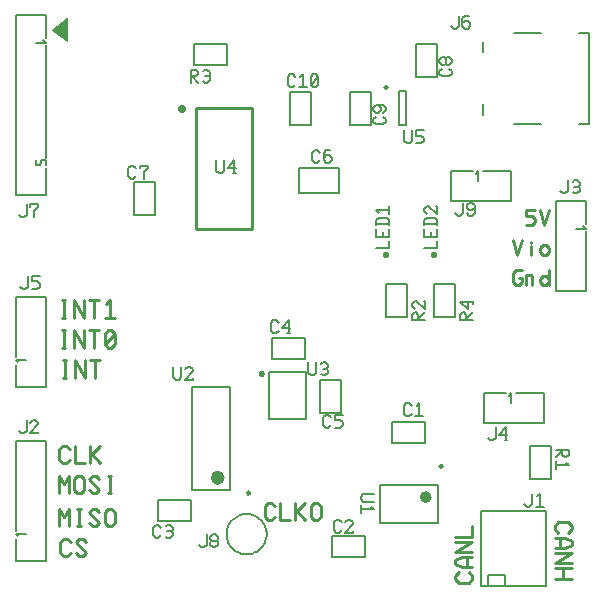
<source format=gto>
G04 Generated by Ultiboard 14.1 *
%FSLAX24Y24*%
%MOIN*%

%ADD10C,0.0001*%
%ADD11C,0.0080*%
%ADD12C,0.0100*%
%ADD13C,0.0001*%
%ADD14C,0.0070*%
%ADD15C,0.0079*%
%ADD16C,0.0197*%
%ADD17C,0.0098*%
%ADD18C,0.0060*%
%ADD19C,0.0236*%
%ADD20C,0.02864*%
%ADD21C,0.02236*%
%ADD22C,0.02081*%


G04 ColorRGB FFFF00 for the following layer *
%LNSilkscreen Top*%
%LPD*%
G54D10*
G54D11*
X6993Y14462D02*
X6993Y14119D01*
X7078Y14033D01*
X7164Y14033D01*
X7249Y14119D01*
X7249Y14462D01*
X7633Y14204D02*
X7377Y14204D01*
X7590Y14462D01*
X7590Y14033D01*
X7548Y14033D02*
X7633Y14033D01*
X9065Y8789D02*
X8979Y8704D01*
X8894Y8704D01*
X8809Y8789D01*
X8809Y9046D01*
X8894Y9132D01*
X8979Y9132D01*
X9065Y9046D01*
X9449Y8875D02*
X9193Y8875D01*
X9406Y9132D01*
X9406Y8704D01*
X9363Y8704D02*
X9449Y8704D01*
X12235Y3341D02*
X11892Y3341D01*
X11807Y3256D01*
X11807Y3171D01*
X11892Y3085D01*
X12235Y3085D01*
X12149Y2915D02*
X12235Y2829D01*
X11807Y2829D01*
X11807Y2957D02*
X11807Y2701D01*
X17259Y3006D02*
X17344Y2920D01*
X17429Y2920D01*
X17515Y3006D01*
X17515Y3349D01*
X17685Y3263D02*
X17771Y3349D01*
X17771Y2920D01*
X17643Y2920D02*
X17899Y2920D01*
X6135Y17053D02*
X6135Y17482D01*
X6306Y17482D01*
X6391Y17396D01*
X6391Y17353D01*
X6306Y17267D01*
X6135Y17267D01*
X6178Y17267D02*
X6391Y17053D01*
X6562Y17439D02*
X6604Y17482D01*
X6690Y17482D01*
X6775Y17396D01*
X6775Y17310D01*
X6732Y17267D01*
X6775Y17224D01*
X6775Y17139D01*
X6690Y17053D01*
X6604Y17053D01*
X6562Y17096D01*
X6604Y17267D02*
X6732Y17267D01*
X7350Y17650D02*
X6250Y17650D01*
X6250Y18350D02*
X7350Y18350D01*
X6250Y17650D02*
X6250Y18350D01*
X7350Y18350D02*
X7350Y17650D01*
X14761Y17515D02*
X14846Y17429D01*
X14846Y17344D01*
X14761Y17259D01*
X14504Y17259D01*
X14418Y17344D01*
X14418Y17429D01*
X14504Y17515D01*
X14846Y17813D02*
X14846Y17728D01*
X14761Y17643D01*
X14675Y17643D01*
X14632Y17685D01*
X14589Y17643D01*
X14504Y17643D01*
X14418Y17728D01*
X14418Y17813D01*
X14504Y17899D01*
X14589Y17899D01*
X14632Y17856D01*
X14675Y17899D01*
X14761Y17899D01*
X14846Y17813D01*
X14632Y17685D02*
X14632Y17856D01*
X12561Y15915D02*
X12646Y15829D01*
X12646Y15744D01*
X12561Y15659D01*
X12304Y15659D01*
X12218Y15744D01*
X12218Y15829D01*
X12304Y15915D01*
X12561Y16043D02*
X12646Y16128D01*
X12646Y16213D01*
X12561Y16299D01*
X12389Y16299D01*
X12304Y16299D01*
X12218Y16213D01*
X12218Y16128D01*
X12304Y16043D01*
X12389Y16043D01*
X12475Y16128D01*
X12475Y16213D01*
X12389Y16299D01*
X13261Y15457D02*
X13261Y15114D01*
X13347Y15029D01*
X13432Y15029D01*
X13517Y15114D01*
X13517Y15457D01*
X13901Y15457D02*
X13645Y15457D01*
X13645Y15286D01*
X13816Y15286D01*
X13901Y15200D01*
X13901Y15114D01*
X13816Y15029D01*
X13645Y15029D01*
X13941Y9135D02*
X13512Y9135D01*
X13512Y9306D01*
X13598Y9391D01*
X13641Y9391D01*
X13726Y9306D01*
X13726Y9135D01*
X13726Y9178D02*
X13941Y9391D01*
X13598Y9519D02*
X13512Y9604D01*
X13512Y9690D01*
X13598Y9775D01*
X13641Y9775D01*
X13941Y9519D01*
X13941Y9775D01*
X13898Y9775D01*
X13344Y10350D02*
X13344Y9250D01*
X12644Y9250D02*
X12644Y10350D01*
X13344Y9250D02*
X12644Y9250D01*
X12644Y10350D02*
X13344Y10350D01*
X15541Y9135D02*
X15112Y9135D01*
X15112Y9306D01*
X15198Y9391D01*
X15241Y9391D01*
X15326Y9306D01*
X15326Y9135D01*
X15326Y9178D02*
X15541Y9391D01*
X15369Y9775D02*
X15369Y9519D01*
X15112Y9732D01*
X15541Y9732D01*
X15541Y9690D02*
X15541Y9775D01*
X14944Y10350D02*
X14944Y9250D01*
X14244Y9250D02*
X14244Y10350D01*
X14944Y9250D02*
X14244Y9250D01*
X14244Y10350D02*
X14944Y10350D01*
X12325Y11527D02*
X12753Y11527D01*
X12753Y11783D01*
X12753Y12167D02*
X12753Y11911D01*
X12539Y11911D01*
X12325Y11911D01*
X12325Y12167D01*
X12539Y11911D02*
X12539Y12082D01*
X12753Y12295D02*
X12753Y12466D01*
X12668Y12551D01*
X12411Y12551D01*
X12325Y12466D01*
X12325Y12295D01*
X12325Y12338D02*
X12753Y12338D01*
X12411Y12722D02*
X12325Y12807D01*
X12753Y12807D01*
X12753Y12679D02*
X12753Y12935D01*
X13925Y11527D02*
X14353Y11527D01*
X14353Y11783D01*
X14353Y12167D02*
X14353Y11911D01*
X14139Y11911D01*
X13925Y11911D01*
X13925Y12167D01*
X14139Y11911D02*
X14139Y12082D01*
X14353Y12295D02*
X14353Y12466D01*
X14268Y12551D01*
X14011Y12551D01*
X13925Y12466D01*
X13925Y12295D01*
X13925Y12338D02*
X14353Y12338D01*
X14011Y12679D02*
X13925Y12765D01*
X13925Y12850D01*
X14011Y12935D01*
X14053Y12935D01*
X14353Y12679D01*
X14353Y12935D01*
X14311Y12935D01*
X13499Y6014D02*
X13413Y5929D01*
X13328Y5929D01*
X13243Y6014D01*
X13243Y6271D01*
X13328Y6357D01*
X13413Y6357D01*
X13499Y6271D01*
X13669Y6271D02*
X13755Y6357D01*
X13755Y5929D01*
X13627Y5929D02*
X13883Y5929D01*
X5149Y1964D02*
X5063Y1879D01*
X4978Y1879D01*
X4893Y1964D01*
X4893Y2221D01*
X4978Y2307D01*
X5063Y2307D01*
X5149Y2221D01*
X5319Y2264D02*
X5362Y2307D01*
X5447Y2307D01*
X5533Y2221D01*
X5533Y2136D01*
X5490Y2093D01*
X5533Y2050D01*
X5533Y1964D01*
X5447Y1879D01*
X5362Y1879D01*
X5319Y1921D01*
X5362Y2093D02*
X5490Y2093D01*
X16043Y5214D02*
X16128Y5129D01*
X16213Y5129D01*
X16299Y5214D01*
X16299Y5557D01*
X16683Y5300D02*
X16427Y5300D01*
X16640Y5557D01*
X16640Y5129D01*
X16597Y5129D02*
X16683Y5129D01*
X17900Y5700D02*
X15900Y5700D01*
X16650Y6700D02*
X15900Y6700D01*
X15900Y5700D01*
X17900Y6700D02*
X16983Y6700D01*
X16817Y6700D02*
X16817Y6367D01*
X16733Y6617D02*
X16817Y6700D01*
X17900Y6700D02*
X17900Y5700D01*
X18303Y4815D02*
X18732Y4815D01*
X18732Y4644D01*
X18646Y4559D01*
X18603Y4559D01*
X18517Y4644D01*
X18517Y4815D01*
X18517Y4772D02*
X18303Y4559D01*
X18646Y4388D02*
X18732Y4303D01*
X18303Y4303D01*
X18303Y4431D02*
X18303Y4175D01*
X17450Y3850D02*
X17450Y4950D01*
X18150Y4950D02*
X18150Y3850D01*
X17450Y4950D02*
X18150Y4950D01*
X18150Y3850D02*
X17450Y3850D01*
X409Y5456D02*
X494Y5370D01*
X579Y5370D01*
X665Y5456D01*
X665Y5799D01*
X793Y5713D02*
X878Y5799D01*
X963Y5799D01*
X1049Y5713D01*
X1049Y5670D01*
X793Y5370D01*
X1049Y5370D01*
X1049Y5413D01*
X1300Y5100D02*
X1300Y1100D01*
X300Y5100D02*
X300Y2100D01*
X300Y1100D02*
X1300Y1100D01*
X300Y1850D02*
X300Y1100D01*
X300Y2017D02*
X633Y2017D01*
X383Y1933D02*
X300Y2017D01*
X300Y5100D02*
X1300Y5100D01*
X459Y10256D02*
X544Y10170D01*
X629Y10170D01*
X715Y10256D01*
X715Y10599D01*
X1099Y10599D02*
X843Y10599D01*
X843Y10427D01*
X1013Y10427D01*
X1099Y10342D01*
X1099Y10256D01*
X1013Y10170D01*
X843Y10170D01*
X300Y6900D02*
X1300Y6900D01*
X300Y9900D02*
X1300Y9900D01*
X300Y9900D02*
X300Y7900D01*
X300Y7650D02*
X300Y6900D01*
X300Y7817D02*
X633Y7817D01*
X383Y7733D02*
X300Y7817D01*
X1300Y9900D02*
X1300Y6900D01*
X5561Y7582D02*
X5561Y7239D01*
X5647Y7153D01*
X5732Y7153D01*
X5817Y7239D01*
X5817Y7582D01*
X5945Y7496D02*
X6031Y7582D01*
X6116Y7582D01*
X6201Y7496D01*
X6201Y7453D01*
X5945Y7153D01*
X6201Y7153D01*
X6201Y7196D01*
X10815Y5639D02*
X10729Y5554D01*
X10644Y5554D01*
X10559Y5639D01*
X10559Y5896D01*
X10644Y5982D01*
X10729Y5982D01*
X10815Y5896D01*
X11199Y5982D02*
X10943Y5982D01*
X10943Y5811D01*
X11113Y5811D01*
X11199Y5725D01*
X11199Y5639D01*
X11113Y5554D01*
X10943Y5554D01*
X10061Y7732D02*
X10061Y7389D01*
X10147Y7303D01*
X10232Y7303D01*
X10317Y7389D01*
X10317Y7732D01*
X10488Y7689D02*
X10531Y7732D01*
X10616Y7732D01*
X10701Y7646D01*
X10701Y7560D01*
X10659Y7517D01*
X10701Y7474D01*
X10701Y7389D01*
X10616Y7303D01*
X10531Y7303D01*
X10488Y7346D01*
X10531Y7517D02*
X10659Y7517D01*
X11165Y2139D02*
X11079Y2054D01*
X10994Y2054D01*
X10909Y2139D01*
X10909Y2396D01*
X10994Y2482D01*
X11079Y2482D01*
X11165Y2396D01*
X11293Y2396D02*
X11378Y2482D01*
X11463Y2482D01*
X11549Y2396D01*
X11549Y2354D01*
X11293Y2054D01*
X11549Y2054D01*
X11549Y2096D01*
X14811Y18939D02*
X14897Y18853D01*
X14982Y18853D01*
X15067Y18939D01*
X15067Y19282D01*
X15409Y19282D02*
X15281Y19282D01*
X15195Y19196D01*
X15195Y19024D01*
X15195Y18939D01*
X15281Y18853D01*
X15366Y18853D01*
X15451Y18939D01*
X15451Y19024D01*
X15366Y19110D01*
X15281Y19110D01*
X15195Y19024D01*
X19421Y15684D02*
X19421Y18716D01*
X16901Y15684D02*
X17807Y15684D01*
X19067Y15684D02*
X19421Y15684D01*
X15878Y15980D02*
X15878Y16334D01*
X16901Y18716D02*
X17807Y18716D01*
X19421Y18716D02*
X19067Y18716D01*
X15878Y18066D02*
X15878Y18420D01*
X18459Y13456D02*
X18544Y13370D01*
X18629Y13370D01*
X18715Y13456D01*
X18715Y13799D01*
X18885Y13756D02*
X18928Y13799D01*
X19013Y13799D01*
X19099Y13713D01*
X19099Y13627D01*
X19056Y13585D01*
X19099Y13542D01*
X19099Y13456D01*
X19013Y13370D01*
X18928Y13370D01*
X18885Y13413D01*
X18928Y13585D02*
X19056Y13585D01*
X19300Y13100D02*
X18300Y13100D01*
X19300Y10100D02*
X18300Y10100D01*
X19300Y10100D02*
X19300Y12100D01*
X19300Y12350D02*
X19300Y13100D01*
X19300Y12183D02*
X18967Y12183D01*
X19217Y12267D02*
X19300Y12183D01*
X18300Y10100D02*
X18300Y13100D01*
X9623Y16989D02*
X9537Y16904D01*
X9452Y16904D01*
X9367Y16989D01*
X9367Y17246D01*
X9452Y17332D01*
X9537Y17332D01*
X9623Y17246D01*
X9793Y17246D02*
X9879Y17332D01*
X9879Y16904D01*
X9751Y16904D02*
X10007Y16904D01*
X10135Y17246D02*
X10220Y17332D01*
X10305Y17332D01*
X10391Y17246D01*
X10391Y16989D01*
X10305Y16904D01*
X10220Y16904D01*
X10135Y16989D01*
X10135Y17246D01*
X10391Y17246D02*
X10135Y16989D01*
X409Y12656D02*
X494Y12570D01*
X579Y12570D01*
X665Y12656D01*
X665Y12999D01*
X921Y12570D02*
X921Y12785D01*
X1049Y12913D01*
X1049Y12999D01*
X793Y12999D01*
X793Y12913D01*
X300Y13300D02*
X300Y19300D01*
X1300Y14550D02*
X1300Y18300D01*
X1300Y19300D02*
X300Y19300D01*
X1300Y18383D02*
X967Y18383D01*
X1300Y18550D02*
X1300Y19300D01*
X1217Y18467D02*
X1300Y18383D01*
X967Y14383D02*
X967Y14376D01*
X968Y14369D01*
X970Y14362D01*
X972Y14355D01*
X974Y14348D01*
X978Y14342D01*
X982Y14336D01*
X986Y14330D01*
X991Y14324D01*
X996Y14320D01*
X1002Y14315D01*
X1008Y14311D01*
X1015Y14308D01*
X1021Y14305D01*
X1028Y14303D01*
X1036Y14301D01*
X1043Y14300D01*
X1050Y14300D01*
X1057Y14300D01*
X1064Y14301D01*
X1072Y14303D01*
X1079Y14305D01*
X1085Y14308D01*
X1092Y14311D01*
X1098Y14315D01*
X1104Y14320D01*
X1109Y14324D01*
X1114Y14330D01*
X1118Y14336D01*
X1122Y14342D01*
X1126Y14348D01*
X1128Y14355D01*
X1130Y14362D01*
X1132Y14369D01*
X1133Y14376D01*
X1133Y14383D01*
X1133Y14467D02*
X1300Y14467D01*
X1133Y14467D02*
X1133Y14383D01*
X1300Y13300D02*
X300Y13300D01*
X967Y14467D02*
X967Y14383D01*
X1300Y13300D02*
X1300Y14217D01*
X1300Y14300D02*
X1300Y14467D01*
X4315Y13939D02*
X4229Y13854D01*
X4144Y13854D01*
X4059Y13939D01*
X4059Y14196D01*
X4144Y14282D01*
X4229Y14282D01*
X4315Y14196D01*
X4571Y13854D02*
X4571Y14068D01*
X4699Y14196D01*
X4699Y14282D01*
X4443Y14282D01*
X4443Y14196D01*
X10449Y14464D02*
X10363Y14379D01*
X10278Y14379D01*
X10193Y14464D01*
X10193Y14721D01*
X10278Y14807D01*
X10363Y14807D01*
X10449Y14721D01*
X10790Y14807D02*
X10662Y14807D01*
X10577Y14721D01*
X10577Y14550D01*
X10577Y14464D01*
X10662Y14379D01*
X10747Y14379D01*
X10833Y14464D01*
X10833Y14550D01*
X10747Y14636D01*
X10662Y14636D01*
X10577Y14550D01*
X9733Y14217D02*
X11067Y14217D01*
X11067Y13383D02*
X9733Y13383D01*
X9733Y14217D01*
X11067Y14217D02*
X11067Y13383D01*
X6409Y1656D02*
X6494Y1570D01*
X6579Y1570D01*
X6665Y1656D01*
X6665Y1999D01*
X6963Y1570D02*
X6878Y1570D01*
X6793Y1656D01*
X6793Y1742D01*
X6835Y1785D01*
X6793Y1827D01*
X6793Y1913D01*
X6878Y1999D01*
X6963Y1999D01*
X7049Y1913D01*
X7049Y1827D01*
X7006Y1785D01*
X7049Y1742D01*
X7049Y1656D01*
X6963Y1570D01*
X6835Y1785D02*
X7006Y1785D01*
X8000Y1333D02*
X8058Y1336D01*
X8116Y1343D01*
X8173Y1356D01*
X8228Y1374D01*
X8282Y1396D01*
X8333Y1423D01*
X8382Y1454D01*
X8429Y1489D01*
X8471Y1529D01*
X8511Y1571D01*
X8546Y1618D01*
X8577Y1667D01*
X8604Y1718D01*
X8626Y1772D01*
X8644Y1827D01*
X8657Y1884D01*
X8664Y1942D01*
X8667Y2000D01*
X8664Y2058D01*
X8657Y2116D01*
X8644Y2173D01*
X8626Y2228D01*
X8604Y2282D01*
X8577Y2333D01*
X8546Y2382D01*
X8511Y2429D01*
X8471Y2471D01*
X8429Y2511D01*
X8382Y2546D01*
X8333Y2577D01*
X8282Y2604D01*
X8228Y2626D01*
X8173Y2644D01*
X8116Y2657D01*
X8058Y2664D01*
X8000Y2667D01*
X7942Y2664D01*
X7884Y2657D01*
X7827Y2644D01*
X7772Y2626D01*
X7718Y2604D01*
X7667Y2577D01*
X7618Y2546D01*
X7571Y2511D01*
X7529Y2471D01*
X7489Y2429D01*
X7454Y2382D01*
X7423Y2333D01*
X7396Y2282D01*
X7374Y2228D01*
X7356Y2173D01*
X7343Y2116D01*
X7336Y2058D01*
X7333Y2000D01*
X7336Y1942D01*
X7343Y1884D01*
X7356Y1827D01*
X7374Y1772D01*
X7396Y1718D01*
X7423Y1667D01*
X7454Y1618D01*
X7489Y1571D01*
X7529Y1529D01*
X7571Y1489D01*
X7618Y1454D01*
X7667Y1423D01*
X7718Y1396D01*
X7772Y1374D01*
X7827Y1356D01*
X7884Y1343D01*
X7942Y1336D01*
X8000Y1333D01*
X8000Y1333D01*
X14959Y12706D02*
X15044Y12620D01*
X15129Y12620D01*
X15215Y12706D01*
X15215Y13049D01*
X15343Y12706D02*
X15428Y12620D01*
X15513Y12620D01*
X15599Y12706D01*
X15599Y12877D01*
X15599Y12963D01*
X15513Y13049D01*
X15428Y13049D01*
X15343Y12963D01*
X15343Y12877D01*
X15428Y12792D01*
X15513Y12792D01*
X15599Y12877D01*
X16800Y13100D02*
X14800Y13100D01*
X15550Y14100D02*
X14800Y14100D01*
X14800Y13100D01*
X16800Y14100D02*
X15883Y14100D01*
X15717Y14100D02*
X15717Y13767D01*
X15633Y14017D02*
X15717Y14100D01*
X16800Y14100D02*
X16800Y13100D01*
G54D12*
X6300Y16200D02*
X8170Y16200D01*
X8170Y12184D01*
X6300Y12184D01*
X6300Y16200D01*
X17077Y10550D02*
X17176Y10550D01*
X17176Y10400D01*
X17077Y10300D01*
X16977Y10300D01*
X16878Y10400D01*
X16878Y10700D01*
X16977Y10800D01*
X17176Y10800D01*
X17326Y10300D02*
X17326Y10600D01*
X17326Y10650D01*
X17326Y10600D02*
X17376Y10650D01*
X17475Y10650D01*
X17525Y10600D01*
X17525Y10300D01*
X18072Y10400D02*
X17973Y10300D01*
X17873Y10300D01*
X17774Y10400D01*
X17774Y10500D01*
X17873Y10600D01*
X17973Y10600D01*
X18072Y10500D01*
X18072Y10800D02*
X18072Y10300D01*
X16878Y11800D02*
X17027Y11300D01*
X17176Y11800D01*
X17475Y11300D02*
X17475Y11600D01*
X17475Y11700D02*
X17475Y11750D01*
X17774Y11400D02*
X17873Y11300D01*
X17973Y11300D01*
X18072Y11400D01*
X18072Y11550D01*
X17973Y11650D01*
X17873Y11650D01*
X17774Y11550D01*
X17774Y11400D01*
X17624Y12800D02*
X17326Y12800D01*
X17326Y12600D01*
X17525Y12600D01*
X17624Y12500D01*
X17624Y12400D01*
X17525Y12300D01*
X17326Y12300D01*
X17774Y12800D02*
X17923Y12300D01*
X18072Y12800D01*
X1845Y9221D02*
X1958Y9221D01*
X1845Y9793D02*
X1958Y9793D01*
X1902Y9221D02*
X1902Y9793D01*
X2243Y9221D02*
X2243Y9793D01*
X2584Y9221D01*
X2584Y9793D01*
X2926Y9221D02*
X2926Y9793D01*
X2755Y9793D02*
X3096Y9793D01*
X3324Y9679D02*
X3438Y9793D01*
X3438Y9221D01*
X3267Y9221D02*
X3608Y9221D01*
X1845Y8221D02*
X1958Y8221D01*
X1845Y8793D02*
X1958Y8793D01*
X1902Y8221D02*
X1902Y8793D01*
X2243Y8221D02*
X2243Y8793D01*
X2584Y8221D01*
X2584Y8793D01*
X2926Y8221D02*
X2926Y8793D01*
X2755Y8793D02*
X3096Y8793D01*
X3267Y8679D02*
X3381Y8793D01*
X3494Y8793D01*
X3608Y8679D01*
X3608Y8336D01*
X3494Y8221D01*
X3381Y8221D01*
X3267Y8336D01*
X3267Y8679D01*
X3608Y8679D02*
X3267Y8336D01*
X1877Y7221D02*
X1990Y7221D01*
X1877Y7793D02*
X1990Y7793D01*
X1934Y7221D02*
X1934Y7793D01*
X2275Y7221D02*
X2275Y7793D01*
X2616Y7221D01*
X2616Y7793D01*
X2958Y7221D02*
X2958Y7793D01*
X2787Y7793D02*
X3128Y7793D01*
X15414Y728D02*
X15529Y614D01*
X15529Y501D01*
X15414Y387D01*
X15071Y387D01*
X14957Y501D01*
X14957Y614D01*
X15071Y728D01*
X15529Y899D02*
X15186Y899D01*
X14957Y1013D01*
X14957Y1126D01*
X15186Y1240D01*
X15529Y1240D01*
X15357Y899D02*
X15357Y1240D01*
X15529Y1411D02*
X14957Y1411D01*
X15529Y1752D01*
X14957Y1752D01*
X14957Y1923D02*
X15529Y1923D01*
X15529Y2264D01*
X18386Y2052D02*
X18271Y2166D01*
X18271Y2279D01*
X18386Y2393D01*
X18729Y2393D01*
X18843Y2279D01*
X18843Y2166D01*
X18729Y2052D01*
X18271Y1881D02*
X18614Y1881D01*
X18843Y1767D01*
X18843Y1654D01*
X18614Y1540D01*
X18271Y1540D01*
X18443Y1881D02*
X18443Y1540D01*
X18271Y1369D02*
X18843Y1369D01*
X18271Y1028D01*
X18843Y1028D01*
X18271Y857D02*
X18843Y857D01*
X18271Y516D02*
X18843Y516D01*
X18557Y857D02*
X18557Y516D01*
X2104Y4486D02*
X1990Y4371D01*
X1877Y4371D01*
X1763Y4486D01*
X1763Y4829D01*
X1877Y4943D01*
X1990Y4943D01*
X2104Y4829D01*
X2275Y4943D02*
X2275Y4371D01*
X2616Y4371D01*
X2787Y4371D02*
X2787Y4943D01*
X2787Y4657D02*
X2844Y4657D01*
X3128Y4943D01*
X2844Y4657D02*
X3128Y4371D01*
X1731Y3371D02*
X1731Y3943D01*
X1902Y3657D01*
X2072Y3943D01*
X2072Y3371D01*
X2243Y3486D02*
X2357Y3371D01*
X2470Y3371D01*
X2584Y3486D01*
X2584Y3829D01*
X2470Y3943D01*
X2357Y3943D01*
X2243Y3829D01*
X2243Y3486D01*
X2755Y3486D02*
X2869Y3371D01*
X2982Y3371D01*
X3096Y3486D01*
X2755Y3829D01*
X2869Y3943D01*
X2982Y3943D01*
X3096Y3829D01*
X3381Y3371D02*
X3494Y3371D01*
X3381Y3943D02*
X3494Y3943D01*
X3438Y3371D02*
X3438Y3943D01*
X1731Y2271D02*
X1731Y2843D01*
X1902Y2557D01*
X2072Y2843D01*
X2072Y2271D01*
X2357Y2271D02*
X2470Y2271D01*
X2357Y2843D02*
X2470Y2843D01*
X2414Y2271D02*
X2414Y2843D01*
X2755Y2386D02*
X2869Y2271D01*
X2982Y2271D01*
X3096Y2386D01*
X2755Y2729D01*
X2869Y2843D01*
X2982Y2843D01*
X3096Y2729D01*
X3267Y2386D02*
X3381Y2271D01*
X3494Y2271D01*
X3608Y2386D01*
X3608Y2729D01*
X3494Y2843D01*
X3381Y2843D01*
X3267Y2729D01*
X3267Y2386D01*
X2136Y1386D02*
X2022Y1271D01*
X1909Y1271D01*
X1795Y1386D01*
X1795Y1729D01*
X1909Y1843D01*
X2022Y1843D01*
X2136Y1729D01*
X2307Y1386D02*
X2421Y1271D01*
X2534Y1271D01*
X2648Y1386D01*
X2307Y1729D01*
X2421Y1843D01*
X2534Y1843D01*
X2648Y1729D01*
X8938Y2586D02*
X8824Y2471D01*
X8711Y2471D01*
X8597Y2586D01*
X8597Y2929D01*
X8711Y3043D01*
X8824Y3043D01*
X8938Y2929D01*
X9109Y3043D02*
X9109Y2471D01*
X9450Y2471D01*
X9621Y2471D02*
X9621Y3043D01*
X9621Y2757D02*
X9678Y2757D01*
X9962Y3043D01*
X9678Y2757D02*
X9962Y2471D01*
X10133Y2586D02*
X10247Y2471D01*
X10360Y2471D01*
X10474Y2586D01*
X10474Y2929D01*
X10360Y3043D01*
X10247Y3043D01*
X10133Y2929D01*
X10133Y2586D01*
G54D13*
G36*
X1500Y18800D02*
X1500Y18800D01*
X2000Y19200D01*
X2000Y18450D01*
X1500Y18800D01*
D02*
G37*
X2000Y19200D01*
X2000Y18450D01*
X1500Y18800D01*
G54D14*
X8850Y8550D02*
X9950Y8550D01*
X9950Y7850D02*
X8850Y7850D01*
X8850Y8550D01*
X9950Y8550D02*
X9950Y7850D01*
X13650Y17250D02*
X13650Y18350D01*
X14350Y18350D02*
X14350Y17250D01*
X13650Y17250D01*
X13650Y18350D02*
X14350Y18350D01*
X11450Y15650D02*
X11450Y16750D01*
X12150Y16750D02*
X12150Y15650D01*
X11450Y15650D01*
X11450Y16750D02*
X12150Y16750D01*
X12850Y5750D02*
X13950Y5750D01*
X13950Y5050D02*
X12850Y5050D01*
X12850Y5750D01*
X13950Y5750D02*
X13950Y5050D01*
X5050Y3150D02*
X6150Y3150D01*
X6150Y2450D02*
X5050Y2450D01*
X5050Y3150D01*
X6150Y3150D02*
X6150Y2450D01*
X10450Y6050D02*
X10450Y7150D01*
X11150Y7150D02*
X11150Y6050D01*
X10450Y6050D01*
X10450Y7150D02*
X11150Y7150D01*
X11950Y1250D02*
X10850Y1250D01*
X10850Y1950D02*
X11950Y1950D01*
X11950Y1250D01*
X10850Y1250D02*
X10850Y1950D01*
X10150Y16750D02*
X10150Y15650D01*
X9450Y15650D02*
X9450Y16750D01*
X10150Y16750D01*
X10150Y15650D02*
X9450Y15650D01*
X4250Y12650D02*
X4250Y13750D01*
X4950Y13750D02*
X4950Y12650D01*
X4250Y12650D01*
X4250Y13750D02*
X4950Y13750D01*
G54D15*
X12435Y3630D02*
X12435Y2370D01*
X14365Y2370D02*
X14365Y3630D01*
X12435Y3630D01*
X12435Y2370D02*
X14365Y2370D01*
X13072Y15629D02*
X13328Y15629D01*
X13328Y16771D02*
X13072Y16771D01*
X13072Y15629D01*
X13328Y15629D02*
X13328Y16771D01*
X6170Y6913D02*
X6170Y3487D01*
X7430Y3487D02*
X7430Y6913D01*
X7430Y6913D02*
X6170Y6913D01*
X6170Y3487D02*
X7430Y3487D01*
G54D16*
X13872Y3236D02*
G75*
D01*
G02X13872Y3236I99J0*
G01*
G54D17*
X14433Y4260D02*
G75*
D01*
G02X14433Y4260I50J0*
G01*
X12600Y16889D02*
G75*
D01*
G02X12600Y16889I49J0*
G01*
X8011Y3369D02*
G75*
D01*
G02X8011Y3369I49J0*
G01*
G54D18*
X16060Y650D02*
X16610Y650D01*
X16610Y310D01*
X16060Y300D02*
X16060Y640D01*
X15809Y2761D02*
X17991Y2761D01*
X17991Y281D01*
X15809Y281D01*
X15809Y2761D01*
X9970Y7400D02*
X8740Y7400D01*
X8740Y5850D01*
X9970Y5850D01*
X9970Y7400D01*
G54D19*
X6918Y3881D02*
G75*
D01*
G02X6918Y3881I118J0*
G01*
G54D20*
X5830Y16190D03*
G54D21*
X12656Y11300D03*
X14256Y11300D03*
G54D22*
X8525Y7330D03*

M02*

</source>
